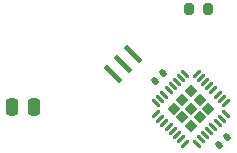
<source format=gtp>
%TF.GenerationSoftware,KiCad,Pcbnew,7.0.9*%
%TF.CreationDate,2023-11-22T14:13:56-05:00*%
%TF.ProjectId,comm_v0p6,636f6d6d-5f76-4307-9036-2e6b69636164,rev?*%
%TF.SameCoordinates,Original*%
%TF.FileFunction,Paste,Top*%
%TF.FilePolarity,Positive*%
%FSLAX46Y46*%
G04 Gerber Fmt 4.6, Leading zero omitted, Abs format (unit mm)*
G04 Created by KiCad (PCBNEW 7.0.9) date 2023-11-22 14:13:56*
%MOMM*%
%LPD*%
G01*
G04 APERTURE LIST*
G04 Aperture macros list*
%AMRoundRect*
0 Rectangle with rounded corners*
0 $1 Rounding radius*
0 $2 $3 $4 $5 $6 $7 $8 $9 X,Y pos of 4 corners*
0 Add a 4 corners polygon primitive as box body*
4,1,4,$2,$3,$4,$5,$6,$7,$8,$9,$2,$3,0*
0 Add four circle primitives for the rounded corners*
1,1,$1+$1,$2,$3*
1,1,$1+$1,$4,$5*
1,1,$1+$1,$6,$7*
1,1,$1+$1,$8,$9*
0 Add four rect primitives between the rounded corners*
20,1,$1+$1,$2,$3,$4,$5,0*
20,1,$1+$1,$4,$5,$6,$7,0*
20,1,$1+$1,$6,$7,$8,$9,0*
20,1,$1+$1,$8,$9,$2,$3,0*%
%AMRotRect*
0 Rectangle, with rotation*
0 The origin of the aperture is its center*
0 $1 length*
0 $2 width*
0 $3 Rotation angle, in degrees counterclockwise*
0 Add horizontal line*
21,1,$1,$2,0,0,$3*%
G04 Aperture macros list end*
%ADD10RoundRect,0.250000X-0.250000X-0.475000X0.250000X-0.475000X0.250000X0.475000X-0.250000X0.475000X0*%
%ADD11RoundRect,0.200000X0.200000X0.275000X-0.200000X0.275000X-0.200000X-0.275000X0.200000X-0.275000X0*%
%ADD12RoundRect,0.140000X0.021213X-0.219203X0.219203X-0.021213X-0.021213X0.219203X-0.219203X0.021213X0*%
%ADD13RoundRect,0.207500X-0.293449X0.000000X0.000000X-0.293449X0.293449X0.000000X0.000000X0.293449X0*%
%ADD14RoundRect,0.062500X-0.309359X0.220971X0.220971X-0.309359X0.309359X-0.220971X-0.220971X0.309359X0*%
%ADD15RoundRect,0.062500X-0.309359X-0.220971X-0.220971X-0.309359X0.309359X0.220971X0.220971X0.309359X0*%
%ADD16RoundRect,0.140000X-0.021213X0.219203X-0.219203X0.021213X0.021213X-0.219203X0.219203X-0.021213X0*%
%ADD17RotRect,0.400000X1.900000X225.000000*%
G04 APERTURE END LIST*
D10*
%TO.C,C3*%
X55529400Y-71628000D03*
X57429400Y-71628000D03*
%TD*%
D11*
%TO.C,R5*%
X72161400Y-63347600D03*
X70511400Y-63347600D03*
%TD*%
D12*
%TO.C,C2*%
X73093089Y-74862611D03*
X73771911Y-74183789D03*
%TD*%
D13*
%TO.C,U1*%
X70721900Y-70315460D03*
X69993580Y-71043780D03*
X69265260Y-71772100D03*
X71450220Y-71043780D03*
X70721900Y-71772100D03*
X69993580Y-72500420D03*
X72178540Y-71772100D03*
X71450220Y-72500420D03*
X70721900Y-73228740D03*
D14*
X70235764Y-68811090D03*
X69882211Y-69164644D03*
X69528657Y-69518197D03*
X69175104Y-69871751D03*
X68821551Y-70225304D03*
X68467997Y-70578857D03*
X68114444Y-70932411D03*
X67760890Y-71285964D03*
D15*
X67760890Y-72258236D03*
X68114444Y-72611789D03*
X68467997Y-72965343D03*
X68821551Y-73318896D03*
X69175104Y-73672449D03*
X69528657Y-74026003D03*
X69882211Y-74379556D03*
X70235764Y-74733110D03*
D14*
X71208036Y-74733110D03*
X71561589Y-74379556D03*
X71915143Y-74026003D03*
X72268696Y-73672449D03*
X72622249Y-73318896D03*
X72975803Y-72965343D03*
X73329356Y-72611789D03*
X73682910Y-72258236D03*
D15*
X73682910Y-71285964D03*
X73329356Y-70932411D03*
X72975803Y-70578857D03*
X72622249Y-70225304D03*
X72268696Y-69871751D03*
X71915143Y-69518197D03*
X71561589Y-69164644D03*
X71208036Y-68811090D03*
%TD*%
D16*
%TO.C,C1*%
X68391911Y-68724389D03*
X67713089Y-69403211D03*
%TD*%
D17*
%TO.C,Y1*%
X65818328Y-67167172D03*
X64969800Y-68015700D03*
X64121272Y-68864228D03*
%TD*%
M02*

</source>
